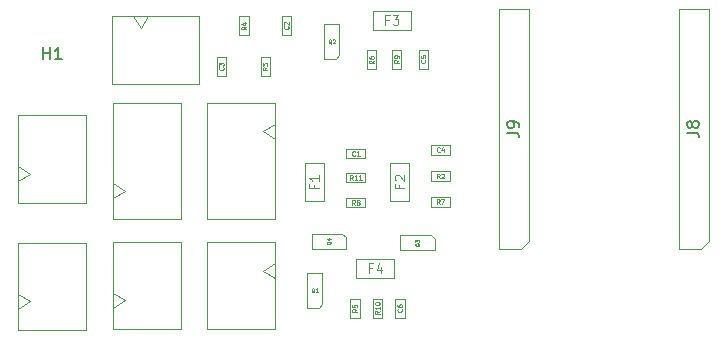
<source format=gbr>
%TF.GenerationSoftware,KiCad,Pcbnew,9.0.3*%
%TF.CreationDate,2025-08-24T20:12:34+09:00*%
%TF.ProjectId,mirror_Shooter_v2,6d697272-6f72-45f5-9368-6f6f7465725f,rev?*%
%TF.SameCoordinates,Original*%
%TF.FileFunction,AssemblyDrawing,Bot*%
%FSLAX46Y46*%
G04 Gerber Fmt 4.6, Leading zero omitted, Abs format (unit mm)*
G04 Created by KiCad (PCBNEW 9.0.3) date 2025-08-24 20:12:34*
%MOMM*%
%LPD*%
G01*
G04 APERTURE LIST*
%ADD10C,0.060000*%
%ADD11C,0.120000*%
%ADD12C,0.050000*%
%ADD13C,0.150000*%
%ADD14C,0.100000*%
G04 APERTURE END LIST*
D10*
X153013633Y-103813927D02*
X152880300Y-103623451D01*
X152785062Y-103813927D02*
X152785062Y-103413927D01*
X152785062Y-103413927D02*
X152937443Y-103413927D01*
X152937443Y-103413927D02*
X152975538Y-103432975D01*
X152975538Y-103432975D02*
X152994585Y-103452022D01*
X152994585Y-103452022D02*
X153013633Y-103490118D01*
X153013633Y-103490118D02*
X153013633Y-103547260D01*
X153013633Y-103547260D02*
X152994585Y-103585356D01*
X152994585Y-103585356D02*
X152975538Y-103604403D01*
X152975538Y-103604403D02*
X152937443Y-103623451D01*
X152937443Y-103623451D02*
X152785062Y-103623451D01*
X153146966Y-103413927D02*
X153413633Y-103413927D01*
X153413633Y-103413927D02*
X153242204Y-103813927D01*
X145857433Y-103864727D02*
X145724100Y-103674251D01*
X145628862Y-103864727D02*
X145628862Y-103464727D01*
X145628862Y-103464727D02*
X145781243Y-103464727D01*
X145781243Y-103464727D02*
X145819338Y-103483775D01*
X145819338Y-103483775D02*
X145838385Y-103502822D01*
X145838385Y-103502822D02*
X145857433Y-103540918D01*
X145857433Y-103540918D02*
X145857433Y-103598060D01*
X145857433Y-103598060D02*
X145838385Y-103636156D01*
X145838385Y-103636156D02*
X145819338Y-103655203D01*
X145819338Y-103655203D02*
X145781243Y-103674251D01*
X145781243Y-103674251D02*
X145628862Y-103674251D01*
X146086004Y-103636156D02*
X146047909Y-103617108D01*
X146047909Y-103617108D02*
X146028862Y-103598060D01*
X146028862Y-103598060D02*
X146009814Y-103559965D01*
X146009814Y-103559965D02*
X146009814Y-103540918D01*
X146009814Y-103540918D02*
X146028862Y-103502822D01*
X146028862Y-103502822D02*
X146047909Y-103483775D01*
X146047909Y-103483775D02*
X146086004Y-103464727D01*
X146086004Y-103464727D02*
X146162195Y-103464727D01*
X146162195Y-103464727D02*
X146200290Y-103483775D01*
X146200290Y-103483775D02*
X146219338Y-103502822D01*
X146219338Y-103502822D02*
X146238385Y-103540918D01*
X146238385Y-103540918D02*
X146238385Y-103559965D01*
X146238385Y-103559965D02*
X146219338Y-103598060D01*
X146219338Y-103598060D02*
X146200290Y-103617108D01*
X146200290Y-103617108D02*
X146162195Y-103636156D01*
X146162195Y-103636156D02*
X146086004Y-103636156D01*
X146086004Y-103636156D02*
X146047909Y-103655203D01*
X146047909Y-103655203D02*
X146028862Y-103674251D01*
X146028862Y-103674251D02*
X146009814Y-103712346D01*
X146009814Y-103712346D02*
X146009814Y-103788537D01*
X146009814Y-103788537D02*
X146028862Y-103826632D01*
X146028862Y-103826632D02*
X146047909Y-103845680D01*
X146047909Y-103845680D02*
X146086004Y-103864727D01*
X146086004Y-103864727D02*
X146162195Y-103864727D01*
X146162195Y-103864727D02*
X146200290Y-103845680D01*
X146200290Y-103845680D02*
X146219338Y-103826632D01*
X146219338Y-103826632D02*
X146238385Y-103788537D01*
X146238385Y-103788537D02*
X146238385Y-103712346D01*
X146238385Y-103712346D02*
X146219338Y-103674251D01*
X146219338Y-103674251D02*
X146200290Y-103655203D01*
X146200290Y-103655203D02*
X146162195Y-103636156D01*
X138434127Y-92238966D02*
X138243651Y-92372299D01*
X138434127Y-92467537D02*
X138034127Y-92467537D01*
X138034127Y-92467537D02*
X138034127Y-92315156D01*
X138034127Y-92315156D02*
X138053175Y-92277061D01*
X138053175Y-92277061D02*
X138072222Y-92258014D01*
X138072222Y-92258014D02*
X138110318Y-92238966D01*
X138110318Y-92238966D02*
X138167460Y-92238966D01*
X138167460Y-92238966D02*
X138205556Y-92258014D01*
X138205556Y-92258014D02*
X138224603Y-92277061D01*
X138224603Y-92277061D02*
X138243651Y-92315156D01*
X138243651Y-92315156D02*
X138243651Y-92467537D01*
X138034127Y-92105633D02*
X138034127Y-91858014D01*
X138034127Y-91858014D02*
X138186508Y-91991347D01*
X138186508Y-91991347D02*
X138186508Y-91934204D01*
X138186508Y-91934204D02*
X138205556Y-91896109D01*
X138205556Y-91896109D02*
X138224603Y-91877061D01*
X138224603Y-91877061D02*
X138262699Y-91858014D01*
X138262699Y-91858014D02*
X138357937Y-91858014D01*
X138357937Y-91858014D02*
X138396032Y-91877061D01*
X138396032Y-91877061D02*
X138415080Y-91896109D01*
X138415080Y-91896109D02*
X138434127Y-91934204D01*
X138434127Y-91934204D02*
X138434127Y-92048490D01*
X138434127Y-92048490D02*
X138415080Y-92086585D01*
X138415080Y-92086585D02*
X138396032Y-92105633D01*
X149800632Y-112689166D02*
X149819680Y-112708214D01*
X149819680Y-112708214D02*
X149838727Y-112765356D01*
X149838727Y-112765356D02*
X149838727Y-112803452D01*
X149838727Y-112803452D02*
X149819680Y-112860595D01*
X149819680Y-112860595D02*
X149781584Y-112898690D01*
X149781584Y-112898690D02*
X149743489Y-112917737D01*
X149743489Y-112917737D02*
X149667299Y-112936785D01*
X149667299Y-112936785D02*
X149610156Y-112936785D01*
X149610156Y-112936785D02*
X149533965Y-112917737D01*
X149533965Y-112917737D02*
X149495870Y-112898690D01*
X149495870Y-112898690D02*
X149457775Y-112860595D01*
X149457775Y-112860595D02*
X149438727Y-112803452D01*
X149438727Y-112803452D02*
X149438727Y-112765356D01*
X149438727Y-112765356D02*
X149457775Y-112708214D01*
X149457775Y-112708214D02*
X149476822Y-112689166D01*
X149438727Y-112346309D02*
X149438727Y-112422499D01*
X149438727Y-112422499D02*
X149457775Y-112460595D01*
X149457775Y-112460595D02*
X149476822Y-112479642D01*
X149476822Y-112479642D02*
X149533965Y-112517737D01*
X149533965Y-112517737D02*
X149610156Y-112536785D01*
X149610156Y-112536785D02*
X149762537Y-112536785D01*
X149762537Y-112536785D02*
X149800632Y-112517737D01*
X149800632Y-112517737D02*
X149819680Y-112498690D01*
X149819680Y-112498690D02*
X149838727Y-112460595D01*
X149838727Y-112460595D02*
X149838727Y-112384404D01*
X149838727Y-112384404D02*
X149819680Y-112346309D01*
X149819680Y-112346309D02*
X149800632Y-112327261D01*
X149800632Y-112327261D02*
X149762537Y-112308214D01*
X149762537Y-112308214D02*
X149667299Y-112308214D01*
X149667299Y-112308214D02*
X149629203Y-112327261D01*
X149629203Y-112327261D02*
X149610156Y-112346309D01*
X149610156Y-112346309D02*
X149591108Y-112384404D01*
X149591108Y-112384404D02*
X149591108Y-112460595D01*
X149591108Y-112460595D02*
X149610156Y-112498690D01*
X149610156Y-112498690D02*
X149629203Y-112517737D01*
X149629203Y-112517737D02*
X149667299Y-112536785D01*
X145855233Y-99686432D02*
X145836185Y-99705480D01*
X145836185Y-99705480D02*
X145779043Y-99724527D01*
X145779043Y-99724527D02*
X145740947Y-99724527D01*
X145740947Y-99724527D02*
X145683804Y-99705480D01*
X145683804Y-99705480D02*
X145645709Y-99667384D01*
X145645709Y-99667384D02*
X145626662Y-99629289D01*
X145626662Y-99629289D02*
X145607614Y-99553099D01*
X145607614Y-99553099D02*
X145607614Y-99495956D01*
X145607614Y-99495956D02*
X145626662Y-99419765D01*
X145626662Y-99419765D02*
X145645709Y-99381670D01*
X145645709Y-99381670D02*
X145683804Y-99343575D01*
X145683804Y-99343575D02*
X145740947Y-99324527D01*
X145740947Y-99324527D02*
X145779043Y-99324527D01*
X145779043Y-99324527D02*
X145836185Y-99343575D01*
X145836185Y-99343575D02*
X145855233Y-99362622D01*
X146236185Y-99724527D02*
X146007614Y-99724527D01*
X146121900Y-99724527D02*
X146121900Y-99324527D01*
X146121900Y-99324527D02*
X146083804Y-99381670D01*
X146083804Y-99381670D02*
X146045709Y-99419765D01*
X146045709Y-99419765D02*
X146007614Y-99438813D01*
X151781832Y-91607166D02*
X151800880Y-91626214D01*
X151800880Y-91626214D02*
X151819927Y-91683356D01*
X151819927Y-91683356D02*
X151819927Y-91721452D01*
X151819927Y-91721452D02*
X151800880Y-91778595D01*
X151800880Y-91778595D02*
X151762784Y-91816690D01*
X151762784Y-91816690D02*
X151724689Y-91835737D01*
X151724689Y-91835737D02*
X151648499Y-91854785D01*
X151648499Y-91854785D02*
X151591356Y-91854785D01*
X151591356Y-91854785D02*
X151515165Y-91835737D01*
X151515165Y-91835737D02*
X151477070Y-91816690D01*
X151477070Y-91816690D02*
X151438975Y-91778595D01*
X151438975Y-91778595D02*
X151419927Y-91721452D01*
X151419927Y-91721452D02*
X151419927Y-91683356D01*
X151419927Y-91683356D02*
X151438975Y-91626214D01*
X151438975Y-91626214D02*
X151458022Y-91607166D01*
X151419927Y-91245261D02*
X151419927Y-91435737D01*
X151419927Y-91435737D02*
X151610403Y-91454785D01*
X151610403Y-91454785D02*
X151591356Y-91435737D01*
X151591356Y-91435737D02*
X151572308Y-91397642D01*
X151572308Y-91397642D02*
X151572308Y-91302404D01*
X151572308Y-91302404D02*
X151591356Y-91264309D01*
X151591356Y-91264309D02*
X151610403Y-91245261D01*
X151610403Y-91245261D02*
X151648499Y-91226214D01*
X151648499Y-91226214D02*
X151743737Y-91226214D01*
X151743737Y-91226214D02*
X151781832Y-91245261D01*
X151781832Y-91245261D02*
X151800880Y-91264309D01*
X151800880Y-91264309D02*
X151819927Y-91302404D01*
X151819927Y-91302404D02*
X151819927Y-91397642D01*
X151819927Y-91397642D02*
X151800880Y-91435737D01*
X151800880Y-91435737D02*
X151781832Y-91454785D01*
X153018033Y-101629527D02*
X152884700Y-101439051D01*
X152789462Y-101629527D02*
X152789462Y-101229527D01*
X152789462Y-101229527D02*
X152941843Y-101229527D01*
X152941843Y-101229527D02*
X152979938Y-101248575D01*
X152979938Y-101248575D02*
X152998985Y-101267622D01*
X152998985Y-101267622D02*
X153018033Y-101305718D01*
X153018033Y-101305718D02*
X153018033Y-101362860D01*
X153018033Y-101362860D02*
X152998985Y-101400956D01*
X152998985Y-101400956D02*
X152979938Y-101420003D01*
X152979938Y-101420003D02*
X152941843Y-101439051D01*
X152941843Y-101439051D02*
X152789462Y-101439051D01*
X153170414Y-101267622D02*
X153189462Y-101248575D01*
X153189462Y-101248575D02*
X153227557Y-101229527D01*
X153227557Y-101229527D02*
X153322795Y-101229527D01*
X153322795Y-101229527D02*
X153360890Y-101248575D01*
X153360890Y-101248575D02*
X153379938Y-101267622D01*
X153379938Y-101267622D02*
X153398985Y-101305718D01*
X153398985Y-101305718D02*
X153398985Y-101343813D01*
X153398985Y-101343813D02*
X153379938Y-101400956D01*
X153379938Y-101400956D02*
X153151366Y-101629527D01*
X153151366Y-101629527D02*
X153398985Y-101629527D01*
D11*
X149599407Y-102185766D02*
X149599407Y-102452432D01*
X150018455Y-102452432D02*
X149218455Y-102452432D01*
X149218455Y-102452432D02*
X149218455Y-102071480D01*
X149294645Y-101804814D02*
X149256550Y-101766718D01*
X149256550Y-101766718D02*
X149218455Y-101690528D01*
X149218455Y-101690528D02*
X149218455Y-101500052D01*
X149218455Y-101500052D02*
X149256550Y-101423861D01*
X149256550Y-101423861D02*
X149294645Y-101385766D01*
X149294645Y-101385766D02*
X149370836Y-101347671D01*
X149370836Y-101347671D02*
X149447026Y-101347671D01*
X149447026Y-101347671D02*
X149561312Y-101385766D01*
X149561312Y-101385766D02*
X150018455Y-101842909D01*
X150018455Y-101842909D02*
X150018455Y-101347671D01*
D10*
X145666957Y-101756527D02*
X145533624Y-101566051D01*
X145438386Y-101756527D02*
X145438386Y-101356527D01*
X145438386Y-101356527D02*
X145590767Y-101356527D01*
X145590767Y-101356527D02*
X145628862Y-101375575D01*
X145628862Y-101375575D02*
X145647909Y-101394622D01*
X145647909Y-101394622D02*
X145666957Y-101432718D01*
X145666957Y-101432718D02*
X145666957Y-101489860D01*
X145666957Y-101489860D02*
X145647909Y-101527956D01*
X145647909Y-101527956D02*
X145628862Y-101547003D01*
X145628862Y-101547003D02*
X145590767Y-101566051D01*
X145590767Y-101566051D02*
X145438386Y-101566051D01*
X146047909Y-101756527D02*
X145819338Y-101756527D01*
X145933624Y-101756527D02*
X145933624Y-101356527D01*
X145933624Y-101356527D02*
X145895528Y-101413670D01*
X145895528Y-101413670D02*
X145857433Y-101451765D01*
X145857433Y-101451765D02*
X145819338Y-101470813D01*
X146428861Y-101756527D02*
X146200290Y-101756527D01*
X146314576Y-101756527D02*
X146314576Y-101356527D01*
X146314576Y-101356527D02*
X146276480Y-101413670D01*
X146276480Y-101413670D02*
X146238385Y-101451765D01*
X146238385Y-101451765D02*
X146200290Y-101470813D01*
X134687632Y-92213866D02*
X134706680Y-92232914D01*
X134706680Y-92232914D02*
X134725727Y-92290056D01*
X134725727Y-92290056D02*
X134725727Y-92328152D01*
X134725727Y-92328152D02*
X134706680Y-92385295D01*
X134706680Y-92385295D02*
X134668584Y-92423390D01*
X134668584Y-92423390D02*
X134630489Y-92442437D01*
X134630489Y-92442437D02*
X134554299Y-92461485D01*
X134554299Y-92461485D02*
X134497156Y-92461485D01*
X134497156Y-92461485D02*
X134420965Y-92442437D01*
X134420965Y-92442437D02*
X134382870Y-92423390D01*
X134382870Y-92423390D02*
X134344775Y-92385295D01*
X134344775Y-92385295D02*
X134325727Y-92328152D01*
X134325727Y-92328152D02*
X134325727Y-92290056D01*
X134325727Y-92290056D02*
X134344775Y-92232914D01*
X134344775Y-92232914D02*
X134363822Y-92213866D01*
X134325727Y-92080533D02*
X134325727Y-91832914D01*
X134325727Y-91832914D02*
X134478108Y-91966247D01*
X134478108Y-91966247D02*
X134478108Y-91909104D01*
X134478108Y-91909104D02*
X134497156Y-91871009D01*
X134497156Y-91871009D02*
X134516203Y-91851961D01*
X134516203Y-91851961D02*
X134554299Y-91832914D01*
X134554299Y-91832914D02*
X134649537Y-91832914D01*
X134649537Y-91832914D02*
X134687632Y-91851961D01*
X134687632Y-91851961D02*
X134706680Y-91871009D01*
X134706680Y-91871009D02*
X134725727Y-91909104D01*
X134725727Y-91909104D02*
X134725727Y-92023390D01*
X134725727Y-92023390D02*
X134706680Y-92061485D01*
X134706680Y-92061485D02*
X134687632Y-92080533D01*
X146028727Y-112691366D02*
X145838251Y-112824699D01*
X146028727Y-112919937D02*
X145628727Y-112919937D01*
X145628727Y-112919937D02*
X145628727Y-112767556D01*
X145628727Y-112767556D02*
X145647775Y-112729461D01*
X145647775Y-112729461D02*
X145666822Y-112710414D01*
X145666822Y-112710414D02*
X145704918Y-112691366D01*
X145704918Y-112691366D02*
X145762060Y-112691366D01*
X145762060Y-112691366D02*
X145800156Y-112710414D01*
X145800156Y-112710414D02*
X145819203Y-112729461D01*
X145819203Y-112729461D02*
X145838251Y-112767556D01*
X145838251Y-112767556D02*
X145838251Y-112919937D01*
X145628727Y-112329461D02*
X145628727Y-112519937D01*
X145628727Y-112519937D02*
X145819203Y-112538985D01*
X145819203Y-112538985D02*
X145800156Y-112519937D01*
X145800156Y-112519937D02*
X145781108Y-112481842D01*
X145781108Y-112481842D02*
X145781108Y-112386604D01*
X145781108Y-112386604D02*
X145800156Y-112348509D01*
X145800156Y-112348509D02*
X145819203Y-112329461D01*
X145819203Y-112329461D02*
X145857299Y-112310414D01*
X145857299Y-112310414D02*
X145952537Y-112310414D01*
X145952537Y-112310414D02*
X145990632Y-112329461D01*
X145990632Y-112329461D02*
X146009680Y-112348509D01*
X146009680Y-112348509D02*
X146028727Y-112386604D01*
X146028727Y-112386604D02*
X146028727Y-112481842D01*
X146028727Y-112481842D02*
X146009680Y-112519937D01*
X146009680Y-112519937D02*
X145990632Y-112538985D01*
D12*
X142418223Y-111290714D02*
X142387747Y-111275476D01*
X142387747Y-111275476D02*
X142357271Y-111245000D01*
X142357271Y-111245000D02*
X142311557Y-111199285D01*
X142311557Y-111199285D02*
X142281080Y-111184047D01*
X142281080Y-111184047D02*
X142250604Y-111184047D01*
X142265842Y-111260238D02*
X142235366Y-111245000D01*
X142235366Y-111245000D02*
X142204890Y-111214523D01*
X142204890Y-111214523D02*
X142189652Y-111153571D01*
X142189652Y-111153571D02*
X142189652Y-111046904D01*
X142189652Y-111046904D02*
X142204890Y-110985952D01*
X142204890Y-110985952D02*
X142235366Y-110955476D01*
X142235366Y-110955476D02*
X142265842Y-110940238D01*
X142265842Y-110940238D02*
X142326795Y-110940238D01*
X142326795Y-110940238D02*
X142357271Y-110955476D01*
X142357271Y-110955476D02*
X142387747Y-110985952D01*
X142387747Y-110985952D02*
X142402985Y-111046904D01*
X142402985Y-111046904D02*
X142402985Y-111153571D01*
X142402985Y-111153571D02*
X142387747Y-111214523D01*
X142387747Y-111214523D02*
X142357271Y-111245000D01*
X142357271Y-111245000D02*
X142326795Y-111260238D01*
X142326795Y-111260238D02*
X142265842Y-111260238D01*
X142707747Y-111260238D02*
X142524890Y-111260238D01*
X142616318Y-111260238D02*
X142616318Y-110940238D01*
X142616318Y-110940238D02*
X142585842Y-110985952D01*
X142585842Y-110985952D02*
X142555366Y-111016428D01*
X142555366Y-111016428D02*
X142524890Y-111031666D01*
X143858223Y-90218914D02*
X143827747Y-90203676D01*
X143827747Y-90203676D02*
X143797271Y-90173200D01*
X143797271Y-90173200D02*
X143751557Y-90127485D01*
X143751557Y-90127485D02*
X143721080Y-90112247D01*
X143721080Y-90112247D02*
X143690604Y-90112247D01*
X143705842Y-90188438D02*
X143675366Y-90173200D01*
X143675366Y-90173200D02*
X143644890Y-90142723D01*
X143644890Y-90142723D02*
X143629652Y-90081771D01*
X143629652Y-90081771D02*
X143629652Y-89975104D01*
X143629652Y-89975104D02*
X143644890Y-89914152D01*
X143644890Y-89914152D02*
X143675366Y-89883676D01*
X143675366Y-89883676D02*
X143705842Y-89868438D01*
X143705842Y-89868438D02*
X143766795Y-89868438D01*
X143766795Y-89868438D02*
X143797271Y-89883676D01*
X143797271Y-89883676D02*
X143827747Y-89914152D01*
X143827747Y-89914152D02*
X143842985Y-89975104D01*
X143842985Y-89975104D02*
X143842985Y-90081771D01*
X143842985Y-90081771D02*
X143827747Y-90142723D01*
X143827747Y-90142723D02*
X143797271Y-90173200D01*
X143797271Y-90173200D02*
X143766795Y-90188438D01*
X143766795Y-90188438D02*
X143705842Y-90188438D01*
X143964890Y-89898914D02*
X143980128Y-89883676D01*
X143980128Y-89883676D02*
X144010604Y-89868438D01*
X144010604Y-89868438D02*
X144086795Y-89868438D01*
X144086795Y-89868438D02*
X144117271Y-89883676D01*
X144117271Y-89883676D02*
X144132509Y-89898914D01*
X144132509Y-89898914D02*
X144147747Y-89929390D01*
X144147747Y-89929390D02*
X144147747Y-89959866D01*
X144147747Y-89959866D02*
X144132509Y-90005580D01*
X144132509Y-90005580D02*
X143949652Y-90188438D01*
X143949652Y-90188438D02*
X144147747Y-90188438D01*
X151318914Y-107114576D02*
X151303676Y-107145052D01*
X151303676Y-107145052D02*
X151273200Y-107175528D01*
X151273200Y-107175528D02*
X151227485Y-107221242D01*
X151227485Y-107221242D02*
X151212247Y-107251719D01*
X151212247Y-107251719D02*
X151212247Y-107282195D01*
X151288438Y-107266957D02*
X151273200Y-107297433D01*
X151273200Y-107297433D02*
X151242723Y-107327909D01*
X151242723Y-107327909D02*
X151181771Y-107343147D01*
X151181771Y-107343147D02*
X151075104Y-107343147D01*
X151075104Y-107343147D02*
X151014152Y-107327909D01*
X151014152Y-107327909D02*
X150983676Y-107297433D01*
X150983676Y-107297433D02*
X150968438Y-107266957D01*
X150968438Y-107266957D02*
X150968438Y-107206004D01*
X150968438Y-107206004D02*
X150983676Y-107175528D01*
X150983676Y-107175528D02*
X151014152Y-107145052D01*
X151014152Y-107145052D02*
X151075104Y-107129814D01*
X151075104Y-107129814D02*
X151181771Y-107129814D01*
X151181771Y-107129814D02*
X151242723Y-107145052D01*
X151242723Y-107145052D02*
X151273200Y-107175528D01*
X151273200Y-107175528D02*
X151288438Y-107206004D01*
X151288438Y-107206004D02*
X151288438Y-107266957D01*
X150968438Y-107023147D02*
X150968438Y-106825052D01*
X150968438Y-106825052D02*
X151090342Y-106931719D01*
X151090342Y-106931719D02*
X151090342Y-106886004D01*
X151090342Y-106886004D02*
X151105580Y-106855528D01*
X151105580Y-106855528D02*
X151120819Y-106840290D01*
X151120819Y-106840290D02*
X151151295Y-106825052D01*
X151151295Y-106825052D02*
X151227485Y-106825052D01*
X151227485Y-106825052D02*
X151257961Y-106840290D01*
X151257961Y-106840290D02*
X151273200Y-106855528D01*
X151273200Y-106855528D02*
X151288438Y-106886004D01*
X151288438Y-106886004D02*
X151288438Y-106977433D01*
X151288438Y-106977433D02*
X151273200Y-107007909D01*
X151273200Y-107007909D02*
X151257961Y-107023147D01*
D10*
X140199432Y-88762366D02*
X140218480Y-88781414D01*
X140218480Y-88781414D02*
X140237527Y-88838556D01*
X140237527Y-88838556D02*
X140237527Y-88876652D01*
X140237527Y-88876652D02*
X140218480Y-88933795D01*
X140218480Y-88933795D02*
X140180384Y-88971890D01*
X140180384Y-88971890D02*
X140142289Y-88990937D01*
X140142289Y-88990937D02*
X140066099Y-89009985D01*
X140066099Y-89009985D02*
X140008956Y-89009985D01*
X140008956Y-89009985D02*
X139932765Y-88990937D01*
X139932765Y-88990937D02*
X139894670Y-88971890D01*
X139894670Y-88971890D02*
X139856575Y-88933795D01*
X139856575Y-88933795D02*
X139837527Y-88876652D01*
X139837527Y-88876652D02*
X139837527Y-88838556D01*
X139837527Y-88838556D02*
X139856575Y-88781414D01*
X139856575Y-88781414D02*
X139875622Y-88762366D01*
X139875622Y-88609985D02*
X139856575Y-88590937D01*
X139856575Y-88590937D02*
X139837527Y-88552842D01*
X139837527Y-88552842D02*
X139837527Y-88457604D01*
X139837527Y-88457604D02*
X139856575Y-88419509D01*
X139856575Y-88419509D02*
X139875622Y-88400461D01*
X139875622Y-88400461D02*
X139913718Y-88381414D01*
X139913718Y-88381414D02*
X139951813Y-88381414D01*
X139951813Y-88381414D02*
X140008956Y-88400461D01*
X140008956Y-88400461D02*
X140237527Y-88629033D01*
X140237527Y-88629033D02*
X140237527Y-88381414D01*
D12*
X143823114Y-106987576D02*
X143807876Y-107018052D01*
X143807876Y-107018052D02*
X143777400Y-107048528D01*
X143777400Y-107048528D02*
X143731685Y-107094242D01*
X143731685Y-107094242D02*
X143716447Y-107124719D01*
X143716447Y-107124719D02*
X143716447Y-107155195D01*
X143792638Y-107139957D02*
X143777400Y-107170433D01*
X143777400Y-107170433D02*
X143746923Y-107200909D01*
X143746923Y-107200909D02*
X143685971Y-107216147D01*
X143685971Y-107216147D02*
X143579304Y-107216147D01*
X143579304Y-107216147D02*
X143518352Y-107200909D01*
X143518352Y-107200909D02*
X143487876Y-107170433D01*
X143487876Y-107170433D02*
X143472638Y-107139957D01*
X143472638Y-107139957D02*
X143472638Y-107079004D01*
X143472638Y-107079004D02*
X143487876Y-107048528D01*
X143487876Y-107048528D02*
X143518352Y-107018052D01*
X143518352Y-107018052D02*
X143579304Y-107002814D01*
X143579304Y-107002814D02*
X143685971Y-107002814D01*
X143685971Y-107002814D02*
X143746923Y-107018052D01*
X143746923Y-107018052D02*
X143777400Y-107048528D01*
X143777400Y-107048528D02*
X143792638Y-107079004D01*
X143792638Y-107079004D02*
X143792638Y-107139957D01*
X143579304Y-106728528D02*
X143792638Y-106728528D01*
X143457400Y-106804719D02*
X143685971Y-106880909D01*
X143685971Y-106880909D02*
X143685971Y-106682814D01*
D10*
X147451127Y-91660166D02*
X147260651Y-91793499D01*
X147451127Y-91888737D02*
X147051127Y-91888737D01*
X147051127Y-91888737D02*
X147051127Y-91736356D01*
X147051127Y-91736356D02*
X147070175Y-91698261D01*
X147070175Y-91698261D02*
X147089222Y-91679214D01*
X147089222Y-91679214D02*
X147127318Y-91660166D01*
X147127318Y-91660166D02*
X147184460Y-91660166D01*
X147184460Y-91660166D02*
X147222556Y-91679214D01*
X147222556Y-91679214D02*
X147241603Y-91698261D01*
X147241603Y-91698261D02*
X147260651Y-91736356D01*
X147260651Y-91736356D02*
X147260651Y-91888737D01*
X147051127Y-91317309D02*
X147051127Y-91393499D01*
X147051127Y-91393499D02*
X147070175Y-91431595D01*
X147070175Y-91431595D02*
X147089222Y-91450642D01*
X147089222Y-91450642D02*
X147146365Y-91488737D01*
X147146365Y-91488737D02*
X147222556Y-91507785D01*
X147222556Y-91507785D02*
X147374937Y-91507785D01*
X147374937Y-91507785D02*
X147413032Y-91488737D01*
X147413032Y-91488737D02*
X147432080Y-91469690D01*
X147432080Y-91469690D02*
X147451127Y-91431595D01*
X147451127Y-91431595D02*
X147451127Y-91355404D01*
X147451127Y-91355404D02*
X147432080Y-91317309D01*
X147432080Y-91317309D02*
X147413032Y-91298261D01*
X147413032Y-91298261D02*
X147374937Y-91279214D01*
X147374937Y-91279214D02*
X147279699Y-91279214D01*
X147279699Y-91279214D02*
X147241603Y-91298261D01*
X147241603Y-91298261D02*
X147222556Y-91317309D01*
X147222556Y-91317309D02*
X147203508Y-91355404D01*
X147203508Y-91355404D02*
X147203508Y-91431595D01*
X147203508Y-91431595D02*
X147222556Y-91469690D01*
X147222556Y-91469690D02*
X147241603Y-91488737D01*
X147241603Y-91488737D02*
X147279699Y-91507785D01*
D13*
X158728219Y-97767733D02*
X159442504Y-97767733D01*
X159442504Y-97767733D02*
X159585361Y-97815352D01*
X159585361Y-97815352D02*
X159680600Y-97910590D01*
X159680600Y-97910590D02*
X159728219Y-98053447D01*
X159728219Y-98053447D02*
X159728219Y-98148685D01*
X159728219Y-97243923D02*
X159728219Y-97053447D01*
X159728219Y-97053447D02*
X159680600Y-96958209D01*
X159680600Y-96958209D02*
X159632980Y-96910590D01*
X159632980Y-96910590D02*
X159490123Y-96815352D01*
X159490123Y-96815352D02*
X159299647Y-96767733D01*
X159299647Y-96767733D02*
X158918695Y-96767733D01*
X158918695Y-96767733D02*
X158823457Y-96815352D01*
X158823457Y-96815352D02*
X158775838Y-96862971D01*
X158775838Y-96862971D02*
X158728219Y-96958209D01*
X158728219Y-96958209D02*
X158728219Y-97148685D01*
X158728219Y-97148685D02*
X158775838Y-97243923D01*
X158775838Y-97243923D02*
X158823457Y-97291542D01*
X158823457Y-97291542D02*
X158918695Y-97339161D01*
X158918695Y-97339161D02*
X159156790Y-97339161D01*
X159156790Y-97339161D02*
X159252028Y-97291542D01*
X159252028Y-97291542D02*
X159299647Y-97243923D01*
X159299647Y-97243923D02*
X159347266Y-97148685D01*
X159347266Y-97148685D02*
X159347266Y-96958209D01*
X159347266Y-96958209D02*
X159299647Y-96862971D01*
X159299647Y-96862971D02*
X159252028Y-96815352D01*
X159252028Y-96815352D02*
X159156790Y-96767733D01*
X119455895Y-91539219D02*
X119455895Y-90539219D01*
X119455895Y-91015409D02*
X120027323Y-91015409D01*
X120027323Y-91539219D02*
X120027323Y-90539219D01*
X121027323Y-91539219D02*
X120455895Y-91539219D01*
X120741609Y-91539219D02*
X120741609Y-90539219D01*
X120741609Y-90539219D02*
X120646371Y-90682076D01*
X120646371Y-90682076D02*
X120551133Y-90777314D01*
X120551133Y-90777314D02*
X120455895Y-90824933D01*
D10*
X149559327Y-91607166D02*
X149368851Y-91740499D01*
X149559327Y-91835737D02*
X149159327Y-91835737D01*
X149159327Y-91835737D02*
X149159327Y-91683356D01*
X149159327Y-91683356D02*
X149178375Y-91645261D01*
X149178375Y-91645261D02*
X149197422Y-91626214D01*
X149197422Y-91626214D02*
X149235518Y-91607166D01*
X149235518Y-91607166D02*
X149292660Y-91607166D01*
X149292660Y-91607166D02*
X149330756Y-91626214D01*
X149330756Y-91626214D02*
X149349803Y-91645261D01*
X149349803Y-91645261D02*
X149368851Y-91683356D01*
X149368851Y-91683356D02*
X149368851Y-91835737D01*
X149559327Y-91416690D02*
X149559327Y-91340499D01*
X149559327Y-91340499D02*
X149540280Y-91302404D01*
X149540280Y-91302404D02*
X149521232Y-91283356D01*
X149521232Y-91283356D02*
X149464089Y-91245261D01*
X149464089Y-91245261D02*
X149387899Y-91226214D01*
X149387899Y-91226214D02*
X149235518Y-91226214D01*
X149235518Y-91226214D02*
X149197422Y-91245261D01*
X149197422Y-91245261D02*
X149178375Y-91264309D01*
X149178375Y-91264309D02*
X149159327Y-91302404D01*
X149159327Y-91302404D02*
X149159327Y-91378595D01*
X149159327Y-91378595D02*
X149178375Y-91416690D01*
X149178375Y-91416690D02*
X149197422Y-91435737D01*
X149197422Y-91435737D02*
X149235518Y-91454785D01*
X149235518Y-91454785D02*
X149330756Y-91454785D01*
X149330756Y-91454785D02*
X149368851Y-91435737D01*
X149368851Y-91435737D02*
X149387899Y-91416690D01*
X149387899Y-91416690D02*
X149406946Y-91378595D01*
X149406946Y-91378595D02*
X149406946Y-91302404D01*
X149406946Y-91302404D02*
X149387899Y-91264309D01*
X149387899Y-91264309D02*
X149368851Y-91245261D01*
X149368851Y-91245261D02*
X149330756Y-91226214D01*
D11*
X148690033Y-88209807D02*
X148423367Y-88209807D01*
X148423367Y-88628855D02*
X148423367Y-87828855D01*
X148423367Y-87828855D02*
X148804319Y-87828855D01*
X149032890Y-87828855D02*
X149528128Y-87828855D01*
X149528128Y-87828855D02*
X149261462Y-88133617D01*
X149261462Y-88133617D02*
X149375747Y-88133617D01*
X149375747Y-88133617D02*
X149451938Y-88171712D01*
X149451938Y-88171712D02*
X149490033Y-88209807D01*
X149490033Y-88209807D02*
X149528128Y-88285998D01*
X149528128Y-88285998D02*
X149528128Y-88476474D01*
X149528128Y-88476474D02*
X149490033Y-88552664D01*
X149490033Y-88552664D02*
X149451938Y-88590760D01*
X149451938Y-88590760D02*
X149375747Y-88628855D01*
X149375747Y-88628855D02*
X149147176Y-88628855D01*
X149147176Y-88628855D02*
X149070985Y-88590760D01*
X149070985Y-88590760D02*
X149032890Y-88552664D01*
X147296233Y-109215607D02*
X147029567Y-109215607D01*
X147029567Y-109634655D02*
X147029567Y-108834655D01*
X147029567Y-108834655D02*
X147410519Y-108834655D01*
X148058138Y-109101321D02*
X148058138Y-109634655D01*
X147867662Y-108796560D02*
X147677185Y-109367988D01*
X147677185Y-109367988D02*
X148172424Y-109367988D01*
X142372807Y-102212066D02*
X142372807Y-102478732D01*
X142791855Y-102478732D02*
X141991855Y-102478732D01*
X141991855Y-102478732D02*
X141991855Y-102097780D01*
X142791855Y-101373971D02*
X142791855Y-101831114D01*
X142791855Y-101602542D02*
X141991855Y-101602542D01*
X141991855Y-101602542D02*
X142106140Y-101678733D01*
X142106140Y-101678733D02*
X142182331Y-101754923D01*
X142182331Y-101754923D02*
X142220426Y-101831114D01*
D10*
X136630727Y-88788866D02*
X136440251Y-88922199D01*
X136630727Y-89017437D02*
X136230727Y-89017437D01*
X136230727Y-89017437D02*
X136230727Y-88865056D01*
X136230727Y-88865056D02*
X136249775Y-88826961D01*
X136249775Y-88826961D02*
X136268822Y-88807914D01*
X136268822Y-88807914D02*
X136306918Y-88788866D01*
X136306918Y-88788866D02*
X136364060Y-88788866D01*
X136364060Y-88788866D02*
X136402156Y-88807914D01*
X136402156Y-88807914D02*
X136421203Y-88826961D01*
X136421203Y-88826961D02*
X136440251Y-88865056D01*
X136440251Y-88865056D02*
X136440251Y-89017437D01*
X136364060Y-88446009D02*
X136630727Y-88446009D01*
X136211680Y-88541247D02*
X136497394Y-88636485D01*
X136497394Y-88636485D02*
X136497394Y-88388866D01*
D13*
X173978219Y-97767733D02*
X174692504Y-97767733D01*
X174692504Y-97767733D02*
X174835361Y-97815352D01*
X174835361Y-97815352D02*
X174930600Y-97910590D01*
X174930600Y-97910590D02*
X174978219Y-98053447D01*
X174978219Y-98053447D02*
X174978219Y-98148685D01*
X174406790Y-97148685D02*
X174359171Y-97243923D01*
X174359171Y-97243923D02*
X174311552Y-97291542D01*
X174311552Y-97291542D02*
X174216314Y-97339161D01*
X174216314Y-97339161D02*
X174168695Y-97339161D01*
X174168695Y-97339161D02*
X174073457Y-97291542D01*
X174073457Y-97291542D02*
X174025838Y-97243923D01*
X174025838Y-97243923D02*
X173978219Y-97148685D01*
X173978219Y-97148685D02*
X173978219Y-96958209D01*
X173978219Y-96958209D02*
X174025838Y-96862971D01*
X174025838Y-96862971D02*
X174073457Y-96815352D01*
X174073457Y-96815352D02*
X174168695Y-96767733D01*
X174168695Y-96767733D02*
X174216314Y-96767733D01*
X174216314Y-96767733D02*
X174311552Y-96815352D01*
X174311552Y-96815352D02*
X174359171Y-96862971D01*
X174359171Y-96862971D02*
X174406790Y-96958209D01*
X174406790Y-96958209D02*
X174406790Y-97148685D01*
X174406790Y-97148685D02*
X174454409Y-97243923D01*
X174454409Y-97243923D02*
X174502028Y-97291542D01*
X174502028Y-97291542D02*
X174597266Y-97339161D01*
X174597266Y-97339161D02*
X174787742Y-97339161D01*
X174787742Y-97339161D02*
X174882980Y-97291542D01*
X174882980Y-97291542D02*
X174930600Y-97243923D01*
X174930600Y-97243923D02*
X174978219Y-97148685D01*
X174978219Y-97148685D02*
X174978219Y-96958209D01*
X174978219Y-96958209D02*
X174930600Y-96862971D01*
X174930600Y-96862971D02*
X174882980Y-96815352D01*
X174882980Y-96815352D02*
X174787742Y-96767733D01*
X174787742Y-96767733D02*
X174597266Y-96767733D01*
X174597266Y-96767733D02*
X174502028Y-96815352D01*
X174502028Y-96815352D02*
X174454409Y-96862971D01*
X174454409Y-96862971D02*
X174406790Y-96958209D01*
D10*
X153018033Y-99356232D02*
X152998985Y-99375280D01*
X152998985Y-99375280D02*
X152941843Y-99394327D01*
X152941843Y-99394327D02*
X152903747Y-99394327D01*
X152903747Y-99394327D02*
X152846604Y-99375280D01*
X152846604Y-99375280D02*
X152808509Y-99337184D01*
X152808509Y-99337184D02*
X152789462Y-99299089D01*
X152789462Y-99299089D02*
X152770414Y-99222899D01*
X152770414Y-99222899D02*
X152770414Y-99165756D01*
X152770414Y-99165756D02*
X152789462Y-99089565D01*
X152789462Y-99089565D02*
X152808509Y-99051470D01*
X152808509Y-99051470D02*
X152846604Y-99013375D01*
X152846604Y-99013375D02*
X152903747Y-98994327D01*
X152903747Y-98994327D02*
X152941843Y-98994327D01*
X152941843Y-98994327D02*
X152998985Y-99013375D01*
X152998985Y-99013375D02*
X153018033Y-99032422D01*
X153360890Y-99127660D02*
X153360890Y-99394327D01*
X153265652Y-98975280D02*
X153170414Y-99260994D01*
X153170414Y-99260994D02*
X153418033Y-99260994D01*
X147933727Y-112879642D02*
X147743251Y-113012975D01*
X147933727Y-113108213D02*
X147533727Y-113108213D01*
X147533727Y-113108213D02*
X147533727Y-112955832D01*
X147533727Y-112955832D02*
X147552775Y-112917737D01*
X147552775Y-112917737D02*
X147571822Y-112898690D01*
X147571822Y-112898690D02*
X147609918Y-112879642D01*
X147609918Y-112879642D02*
X147667060Y-112879642D01*
X147667060Y-112879642D02*
X147705156Y-112898690D01*
X147705156Y-112898690D02*
X147724203Y-112917737D01*
X147724203Y-112917737D02*
X147743251Y-112955832D01*
X147743251Y-112955832D02*
X147743251Y-113108213D01*
X147933727Y-112498690D02*
X147933727Y-112727261D01*
X147933727Y-112612975D02*
X147533727Y-112612975D01*
X147533727Y-112612975D02*
X147590870Y-112651071D01*
X147590870Y-112651071D02*
X147628965Y-112689166D01*
X147628965Y-112689166D02*
X147648013Y-112727261D01*
X147533727Y-112251071D02*
X147533727Y-112212976D01*
X147533727Y-112212976D02*
X147552775Y-112174880D01*
X147552775Y-112174880D02*
X147571822Y-112155833D01*
X147571822Y-112155833D02*
X147609918Y-112136785D01*
X147609918Y-112136785D02*
X147686108Y-112117738D01*
X147686108Y-112117738D02*
X147781346Y-112117738D01*
X147781346Y-112117738D02*
X147857537Y-112136785D01*
X147857537Y-112136785D02*
X147895632Y-112155833D01*
X147895632Y-112155833D02*
X147914680Y-112174880D01*
X147914680Y-112174880D02*
X147933727Y-112212976D01*
X147933727Y-112212976D02*
X147933727Y-112251071D01*
X147933727Y-112251071D02*
X147914680Y-112289166D01*
X147914680Y-112289166D02*
X147895632Y-112308214D01*
X147895632Y-112308214D02*
X147857537Y-112327261D01*
X147857537Y-112327261D02*
X147781346Y-112346309D01*
X147781346Y-112346309D02*
X147686108Y-112346309D01*
X147686108Y-112346309D02*
X147609918Y-112327261D01*
X147609918Y-112327261D02*
X147571822Y-112308214D01*
X147571822Y-112308214D02*
X147552775Y-112289166D01*
X147552775Y-112289166D02*
X147533727Y-112251071D01*
D14*
%TO.C,R7*%
X152280300Y-103232000D02*
X153880300Y-103232000D01*
X152280300Y-104032000D02*
X152280300Y-103232000D01*
X153880300Y-103232000D02*
X153880300Y-104032000D01*
X153880300Y-104032000D02*
X152280300Y-104032000D01*
%TO.C,R8*%
X145124100Y-103282800D02*
X146724100Y-103282800D01*
X145124100Y-104082800D02*
X145124100Y-103282800D01*
X146724100Y-103282800D02*
X146724100Y-104082800D01*
X146724100Y-104082800D02*
X145124100Y-104082800D01*
%TO.C,R3*%
X137852200Y-91372300D02*
X138652200Y-91372300D01*
X137852200Y-92972300D02*
X137852200Y-91372300D01*
X138652200Y-91372300D02*
X138652200Y-92972300D01*
X138652200Y-92972300D02*
X137852200Y-92972300D01*
%TO.C,C6*%
X149256800Y-111822500D02*
X150056800Y-111822500D01*
X149256800Y-113422500D02*
X149256800Y-111822500D01*
X150056800Y-111822500D02*
X150056800Y-113422500D01*
X150056800Y-113422500D02*
X149256800Y-113422500D01*
%TO.C,C1*%
X145121900Y-99142600D02*
X146721900Y-99142600D01*
X145121900Y-99942600D02*
X145121900Y-99142600D01*
X146721900Y-99142600D02*
X146721900Y-99942600D01*
X146721900Y-99942600D02*
X145121900Y-99942600D01*
%TO.C,J5*%
X133342200Y-95211600D02*
X133342200Y-105111600D01*
X133342200Y-105111600D02*
X139092200Y-105111600D01*
X138092200Y-97661600D02*
X139092200Y-98286600D01*
X139092200Y-95211600D02*
X133342200Y-95211600D01*
X139092200Y-97036600D02*
X138092200Y-97661600D01*
X139092200Y-105111600D02*
X139092200Y-95211600D01*
%TO.C,J4*%
X125367200Y-95211600D02*
X125367200Y-105111600D01*
X125367200Y-103286600D02*
X126367200Y-102661600D01*
X125367200Y-105111600D02*
X131117200Y-105111600D01*
X126367200Y-102661600D02*
X125367200Y-102036600D01*
X131117200Y-95211600D02*
X125367200Y-95211600D01*
X131117200Y-105111600D02*
X131117200Y-95211600D01*
%TO.C,C5*%
X151238000Y-90740500D02*
X152038000Y-90740500D01*
X151238000Y-92340500D02*
X151238000Y-90740500D01*
X152038000Y-90740500D02*
X152038000Y-92340500D01*
X152038000Y-92340500D02*
X151238000Y-92340500D01*
%TO.C,R2*%
X152284700Y-101047600D02*
X153884700Y-101047600D01*
X152284700Y-101847600D02*
X152284700Y-101047600D01*
X153884700Y-101047600D02*
X153884700Y-101847600D01*
X153884700Y-101847600D02*
X152284700Y-101847600D01*
%TO.C,F2*%
X148854600Y-100319100D02*
X150454600Y-100319100D01*
X148854600Y-103519100D02*
X148854600Y-100319100D01*
X150454600Y-100319100D02*
X150454600Y-103519100D01*
X150454600Y-103519100D02*
X148854600Y-103519100D01*
%TO.C,J6*%
X125367200Y-107011600D02*
X125367200Y-114411600D01*
X125367200Y-112586600D02*
X126367200Y-111961600D01*
X125367200Y-114411600D02*
X131117200Y-114411600D01*
X126367200Y-111961600D02*
X125367200Y-111336600D01*
X131117200Y-107011600D02*
X125367200Y-107011600D01*
X131117200Y-114411600D02*
X131117200Y-107011600D01*
%TO.C,R11*%
X145124100Y-101174600D02*
X146724100Y-101174600D01*
X145124100Y-101974600D02*
X145124100Y-101174600D01*
X146724100Y-101174600D02*
X146724100Y-101974600D01*
X146724100Y-101974600D02*
X145124100Y-101974600D01*
%TO.C,C3*%
X134143800Y-91347200D02*
X134943800Y-91347200D01*
X134143800Y-92947200D02*
X134143800Y-91347200D01*
X134943800Y-91347200D02*
X134943800Y-92947200D01*
X134943800Y-92947200D02*
X134143800Y-92947200D01*
%TO.C,R5*%
X145446800Y-111824700D02*
X146246800Y-111824700D01*
X145446800Y-113424700D02*
X145446800Y-111824700D01*
X146246800Y-111824700D02*
X146246800Y-113424700D01*
X146246800Y-113424700D02*
X145446800Y-113424700D01*
%TO.C,Q1*%
X141798700Y-109664800D02*
X143098700Y-109664800D01*
X141798700Y-112564800D02*
X141798700Y-109664800D01*
X142773700Y-112564800D02*
X141798700Y-112564800D01*
X143098700Y-109664800D02*
X143098700Y-112239800D01*
X143098700Y-112239800D02*
X142773700Y-112564800D01*
%TO.C,Q2*%
X143238700Y-88593000D02*
X144538700Y-88593000D01*
X143238700Y-91493000D02*
X143238700Y-88593000D01*
X144213700Y-91493000D02*
X143238700Y-91493000D01*
X144538700Y-88593000D02*
X144538700Y-91168000D01*
X144538700Y-91168000D02*
X144213700Y-91493000D01*
%TO.C,Q3*%
X149693000Y-106434100D02*
X152268000Y-106434100D01*
X149693000Y-107734100D02*
X149693000Y-106434100D01*
X152268000Y-106434100D02*
X152593000Y-106759100D01*
X152593000Y-106759100D02*
X152593000Y-107734100D01*
X152593000Y-107734100D02*
X149693000Y-107734100D01*
%TO.C,B+*%
X117310400Y-107096400D02*
X117310400Y-114496400D01*
X117310400Y-112671400D02*
X118310400Y-112046400D01*
X117310400Y-114496400D02*
X123060400Y-114496400D01*
X118310400Y-112046400D02*
X117310400Y-111421400D01*
X123060400Y-107096400D02*
X117310400Y-107096400D01*
X123060400Y-114496400D02*
X123060400Y-107096400D01*
%TO.C,C2*%
X139655600Y-87895700D02*
X140455600Y-87895700D01*
X139655600Y-89495700D02*
X139655600Y-87895700D01*
X140455600Y-87895700D02*
X140455600Y-89495700D01*
X140455600Y-89495700D02*
X139655600Y-89495700D01*
%TO.C,J3*%
X125267200Y-87911600D02*
X125267200Y-93661600D01*
X125267200Y-93661600D02*
X132667200Y-93661600D01*
X127092200Y-87911600D02*
X127717200Y-88911600D01*
X127717200Y-88911600D02*
X128342200Y-87911600D01*
X132667200Y-87911600D02*
X125267200Y-87911600D01*
X132667200Y-93661600D02*
X132667200Y-87911600D01*
%TO.C,Q4*%
X142197200Y-106307100D02*
X144772200Y-106307100D01*
X142197200Y-107607100D02*
X142197200Y-106307100D01*
X144772200Y-106307100D02*
X145097200Y-106632100D01*
X145097200Y-106632100D02*
X145097200Y-107607100D01*
X145097200Y-107607100D02*
X142197200Y-107607100D01*
%TO.C,R6*%
X146869200Y-90793500D02*
X147669200Y-90793500D01*
X146869200Y-92393500D02*
X146869200Y-90793500D01*
X147669200Y-90793500D02*
X147669200Y-92393500D01*
X147669200Y-92393500D02*
X146869200Y-92393500D01*
%TO.C,J9*%
X158003400Y-87274400D02*
X160543400Y-87274400D01*
X158003400Y-107594400D02*
X158003400Y-87274400D01*
X159908400Y-107594400D02*
X158003400Y-107594400D01*
X160543400Y-87274400D02*
X160543400Y-106959400D01*
X160543400Y-106959400D02*
X159908400Y-107594400D01*
%TO.C,R9*%
X148977400Y-90740500D02*
X149777400Y-90740500D01*
X148977400Y-92340500D02*
X148977400Y-90740500D01*
X149777400Y-90740500D02*
X149777400Y-92340500D01*
X149777400Y-92340500D02*
X148977400Y-92340500D01*
%TO.C,F3*%
X147356700Y-87465000D02*
X150556700Y-87465000D01*
X147356700Y-89065000D02*
X147356700Y-87465000D01*
X150556700Y-87465000D02*
X150556700Y-89065000D01*
X150556700Y-89065000D02*
X147356700Y-89065000D01*
%TO.C,F4*%
X145962900Y-108470800D02*
X149162900Y-108470800D01*
X145962900Y-110070800D02*
X145962900Y-108470800D01*
X149162900Y-108470800D02*
X149162900Y-110070800D01*
X149162900Y-110070800D02*
X145962900Y-110070800D01*
%TO.C,F1*%
X141628000Y-100345400D02*
X143228000Y-100345400D01*
X141628000Y-103545400D02*
X141628000Y-100345400D01*
X143228000Y-100345400D02*
X143228000Y-103545400D01*
X143228000Y-103545400D02*
X141628000Y-103545400D01*
%TO.C,R4*%
X136048800Y-87922200D02*
X136848800Y-87922200D01*
X136048800Y-89522200D02*
X136048800Y-87922200D01*
X136848800Y-87922200D02*
X136848800Y-89522200D01*
X136848800Y-89522200D02*
X136048800Y-89522200D01*
%TO.C,J10*%
X117342800Y-96273600D02*
X117342800Y-103673600D01*
X117342800Y-101848600D02*
X118342800Y-101223600D01*
X117342800Y-103673600D02*
X123092800Y-103673600D01*
X118342800Y-101223600D02*
X117342800Y-100598600D01*
X123092800Y-96273600D02*
X117342800Y-96273600D01*
X123092800Y-103673600D02*
X123092800Y-96273600D01*
%TO.C,J7*%
X133317200Y-107011600D02*
X133317200Y-114411600D01*
X133317200Y-114411600D02*
X139067200Y-114411600D01*
X138067200Y-109461600D02*
X139067200Y-110086600D01*
X139067200Y-107011600D02*
X133317200Y-107011600D01*
X139067200Y-108836600D02*
X138067200Y-109461600D01*
X139067200Y-114411600D02*
X139067200Y-107011600D01*
%TO.C,J8*%
X173253400Y-87274400D02*
X175793400Y-87274400D01*
X173253400Y-107594400D02*
X173253400Y-87274400D01*
X175158400Y-107594400D02*
X173253400Y-107594400D01*
X175793400Y-87274400D02*
X175793400Y-106959400D01*
X175793400Y-106959400D02*
X175158400Y-107594400D01*
%TO.C,C4*%
X152284700Y-98812400D02*
X153884700Y-98812400D01*
X152284700Y-99612400D02*
X152284700Y-98812400D01*
X153884700Y-98812400D02*
X153884700Y-99612400D01*
X153884700Y-99612400D02*
X152284700Y-99612400D01*
%TO.C,R10*%
X147351800Y-111822500D02*
X148151800Y-111822500D01*
X147351800Y-113422500D02*
X147351800Y-111822500D01*
X148151800Y-111822500D02*
X148151800Y-113422500D01*
X148151800Y-113422500D02*
X147351800Y-113422500D01*
%TD*%
M02*

</source>
